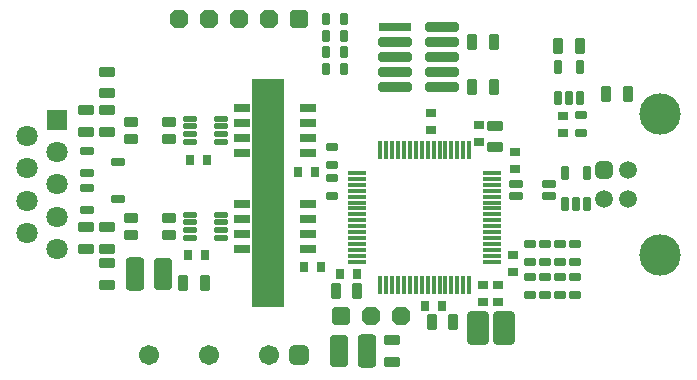
<source format=gts>
G04*
G04 #@! TF.GenerationSoftware,Altium Limited,Altium Designer,20.1.12 (249)*
G04*
G04 Layer_Color=8388736*
%FSLAX25Y25*%
%MOIN*%
G70*
G04*
G04 #@! TF.SameCoordinates,324E50B1-46C9-4148-88D5-78795315F549*
G04*
G04*
G04 #@! TF.FilePolarity,Negative*
G04*
G01*
G75*
%ADD30R,0.10500X0.76000*%
G04:AMPARAMS|DCode=31|XSize=35.5mil|YSize=29.59mil|CornerRadius=8.4mil|HoleSize=0mil|Usage=FLASHONLY|Rotation=180.000|XOffset=0mil|YOffset=0mil|HoleType=Round|Shape=RoundedRectangle|*
%AMROUNDEDRECTD31*
21,1,0.03550,0.01280,0,0,180.0*
21,1,0.01870,0.02959,0,0,180.0*
1,1,0.01680,-0.00935,0.00640*
1,1,0.01680,0.00935,0.00640*
1,1,0.01680,0.00935,-0.00640*
1,1,0.01680,-0.00935,-0.00640*
%
%ADD31ROUNDEDRECTD31*%
G04:AMPARAMS|DCode=32|XSize=37.47mil|YSize=27.62mil|CornerRadius=4.36mil|HoleSize=0mil|Usage=FLASHONLY|Rotation=0.000|XOffset=0mil|YOffset=0mil|HoleType=Round|Shape=RoundedRectangle|*
%AMROUNDEDRECTD32*
21,1,0.03747,0.01890,0,0,0.0*
21,1,0.02874,0.02762,0,0,0.0*
1,1,0.00872,0.01437,-0.00945*
1,1,0.00872,-0.01437,-0.00945*
1,1,0.00872,-0.01437,0.00945*
1,1,0.00872,0.01437,0.00945*
%
%ADD32ROUNDEDRECTD32*%
G04:AMPARAMS|DCode=33|XSize=37.47mil|YSize=27.62mil|CornerRadius=4.36mil|HoleSize=0mil|Usage=FLASHONLY|Rotation=90.000|XOffset=0mil|YOffset=0mil|HoleType=Round|Shape=RoundedRectangle|*
%AMROUNDEDRECTD33*
21,1,0.03747,0.01890,0,0,90.0*
21,1,0.02874,0.02762,0,0,90.0*
1,1,0.00872,0.00945,0.01437*
1,1,0.00872,0.00945,-0.01437*
1,1,0.00872,-0.00945,-0.01437*
1,1,0.00872,-0.00945,0.01437*
%
%ADD33ROUNDEDRECTD33*%
G04:AMPARAMS|DCode=34|XSize=35.5mil|YSize=29.59mil|CornerRadius=8.4mil|HoleSize=0mil|Usage=FLASHONLY|Rotation=90.000|XOffset=0mil|YOffset=0mil|HoleType=Round|Shape=RoundedRectangle|*
%AMROUNDEDRECTD34*
21,1,0.03550,0.01280,0,0,90.0*
21,1,0.01870,0.02959,0,0,90.0*
1,1,0.01680,0.00640,0.00935*
1,1,0.01680,0.00640,-0.00935*
1,1,0.01680,-0.00640,-0.00935*
1,1,0.01680,-0.00640,0.00935*
%
%ADD34ROUNDEDRECTD34*%
G04:AMPARAMS|DCode=35|XSize=53.21mil|YSize=31.56mil|CornerRadius=4.76mil|HoleSize=0mil|Usage=FLASHONLY|Rotation=270.000|XOffset=0mil|YOffset=0mil|HoleType=Round|Shape=RoundedRectangle|*
%AMROUNDEDRECTD35*
21,1,0.05321,0.02205,0,0,270.0*
21,1,0.04370,0.03156,0,0,270.0*
1,1,0.00951,-0.01102,-0.02185*
1,1,0.00951,-0.01102,0.02185*
1,1,0.00951,0.01102,0.02185*
1,1,0.00951,0.01102,-0.02185*
%
%ADD35ROUNDEDRECTD35*%
G04:AMPARAMS|DCode=36|XSize=15.81mil|YSize=63.06mil|CornerRadius=4.95mil|HoleSize=0mil|Usage=FLASHONLY|Rotation=0.000|XOffset=0mil|YOffset=0mil|HoleType=Round|Shape=RoundedRectangle|*
%AMROUNDEDRECTD36*
21,1,0.01581,0.05315,0,0,0.0*
21,1,0.00591,0.06306,0,0,0.0*
1,1,0.00991,0.00295,-0.02657*
1,1,0.00991,-0.00295,-0.02657*
1,1,0.00991,-0.00295,0.02657*
1,1,0.00991,0.00295,0.02657*
%
%ADD36ROUNDEDRECTD36*%
G04:AMPARAMS|DCode=37|XSize=110.3mil|YSize=70.93mil|CornerRadius=8.69mil|HoleSize=0mil|Usage=FLASHONLY|Rotation=270.000|XOffset=0mil|YOffset=0mil|HoleType=Round|Shape=RoundedRectangle|*
%AMROUNDEDRECTD37*
21,1,0.11030,0.05354,0,0,270.0*
21,1,0.09291,0.07093,0,0,270.0*
1,1,0.01739,-0.02677,-0.04646*
1,1,0.01739,-0.02677,0.04646*
1,1,0.01739,0.02677,0.04646*
1,1,0.01739,0.02677,-0.04646*
%
%ADD37ROUNDEDRECTD37*%
G04:AMPARAMS|DCode=38|XSize=47.31mil|YSize=35.5mil|CornerRadius=6.72mil|HoleSize=0mil|Usage=FLASHONLY|Rotation=0.000|XOffset=0mil|YOffset=0mil|HoleType=Round|Shape=RoundedRectangle|*
%AMROUNDEDRECTD38*
21,1,0.04731,0.02205,0,0,0.0*
21,1,0.03386,0.03550,0,0,0.0*
1,1,0.01345,0.01693,-0.01102*
1,1,0.01345,-0.01693,-0.01102*
1,1,0.01345,-0.01693,0.01102*
1,1,0.01345,0.01693,0.01102*
%
%ADD38ROUNDEDRECTD38*%
G04:AMPARAMS|DCode=39|XSize=27.62mil|YSize=47.31mil|CornerRadius=4.36mil|HoleSize=0mil|Usage=FLASHONLY|Rotation=180.000|XOffset=0mil|YOffset=0mil|HoleType=Round|Shape=RoundedRectangle|*
%AMROUNDEDRECTD39*
21,1,0.02762,0.03858,0,0,180.0*
21,1,0.01890,0.04731,0,0,180.0*
1,1,0.00872,-0.00945,0.01929*
1,1,0.00872,0.00945,0.01929*
1,1,0.00872,0.00945,-0.01929*
1,1,0.00872,-0.00945,-0.01929*
%
%ADD39ROUNDEDRECTD39*%
G04:AMPARAMS|DCode=40|XSize=47.31mil|YSize=27.62mil|CornerRadius=5.54mil|HoleSize=0mil|Usage=FLASHONLY|Rotation=180.000|XOffset=0mil|YOffset=0mil|HoleType=Round|Shape=RoundedRectangle|*
%AMROUNDEDRECTD40*
21,1,0.04731,0.01654,0,0,180.0*
21,1,0.03622,0.02762,0,0,180.0*
1,1,0.01109,-0.01811,0.00827*
1,1,0.01109,0.01811,0.00827*
1,1,0.01109,0.01811,-0.00827*
1,1,0.01109,-0.01811,-0.00827*
%
%ADD40ROUNDEDRECTD40*%
G04:AMPARAMS|DCode=41|XSize=53.21mil|YSize=31.56mil|CornerRadius=4.76mil|HoleSize=0mil|Usage=FLASHONLY|Rotation=180.000|XOffset=0mil|YOffset=0mil|HoleType=Round|Shape=RoundedRectangle|*
%AMROUNDEDRECTD41*
21,1,0.05321,0.02205,0,0,180.0*
21,1,0.04370,0.03156,0,0,180.0*
1,1,0.00951,-0.02185,0.01102*
1,1,0.00951,0.02185,0.01102*
1,1,0.00951,0.02185,-0.01102*
1,1,0.00951,-0.02185,-0.01102*
%
%ADD41ROUNDEDRECTD41*%
G04:AMPARAMS|DCode=42|XSize=21.32mil|YSize=43.37mil|CornerRadius=4.6mil|HoleSize=0mil|Usage=FLASHONLY|Rotation=270.000|XOffset=0mil|YOffset=0mil|HoleType=Round|Shape=RoundedRectangle|*
%AMROUNDEDRECTD42*
21,1,0.02132,0.03417,0,0,270.0*
21,1,0.01213,0.04337,0,0,270.0*
1,1,0.00920,-0.01709,-0.00606*
1,1,0.00920,-0.01709,0.00606*
1,1,0.00920,0.01709,0.00606*
1,1,0.00920,0.01709,-0.00606*
%
%ADD42ROUNDEDRECTD42*%
G04:AMPARAMS|DCode=43|XSize=27.62mil|YSize=55.18mil|CornerRadius=4.36mil|HoleSize=0mil|Usage=FLASHONLY|Rotation=270.000|XOffset=0mil|YOffset=0mil|HoleType=Round|Shape=RoundedRectangle|*
%AMROUNDEDRECTD43*
21,1,0.02762,0.04646,0,0,270.0*
21,1,0.01890,0.05518,0,0,270.0*
1,1,0.00872,-0.02323,-0.00945*
1,1,0.00872,-0.02323,0.00945*
1,1,0.00872,0.02323,0.00945*
1,1,0.00872,0.02323,-0.00945*
%
%ADD43ROUNDEDRECTD43*%
G04:AMPARAMS|DCode=44|XSize=27.62mil|YSize=47.31mil|CornerRadius=4.36mil|HoleSize=0mil|Usage=FLASHONLY|Rotation=90.000|XOffset=0mil|YOffset=0mil|HoleType=Round|Shape=RoundedRectangle|*
%AMROUNDEDRECTD44*
21,1,0.02762,0.03858,0,0,90.0*
21,1,0.01890,0.04731,0,0,90.0*
1,1,0.00872,0.01929,0.00945*
1,1,0.00872,0.01929,-0.00945*
1,1,0.00872,-0.01929,-0.00945*
1,1,0.00872,-0.01929,0.00945*
%
%ADD44ROUNDEDRECTD44*%
G04:AMPARAMS|DCode=45|XSize=63.12mil|YSize=110.36mil|CornerRadius=12.27mil|HoleSize=0mil|Usage=FLASHONLY|Rotation=180.000|XOffset=0mil|YOffset=0mil|HoleType=Round|Shape=RoundedRectangle|*
%AMROUNDEDRECTD45*
21,1,0.06312,0.08583,0,0,180.0*
21,1,0.03858,0.11036,0,0,180.0*
1,1,0.02454,-0.01929,0.04291*
1,1,0.02454,0.01929,0.04291*
1,1,0.02454,0.01929,-0.04291*
1,1,0.02454,-0.01929,-0.04291*
%
%ADD45ROUNDEDRECTD45*%
G04:AMPARAMS|DCode=46|XSize=59.12mil|YSize=106.36mil|CornerRadius=10.27mil|HoleSize=0mil|Usage=FLASHONLY|Rotation=180.000|XOffset=0mil|YOffset=0mil|HoleType=Round|Shape=RoundedRectangle|*
%AMROUNDEDRECTD46*
21,1,0.05912,0.08583,0,0,180.0*
21,1,0.03858,0.10636,0,0,180.0*
1,1,0.02054,-0.01929,0.04291*
1,1,0.02054,0.01929,0.04291*
1,1,0.02054,0.01929,-0.04291*
1,1,0.02054,-0.01929,-0.04291*
%
%ADD46ROUNDEDRECTD46*%
%ADD47R,0.11030X0.03156*%
G04:AMPARAMS|DCode=48|XSize=31.56mil|YSize=110.3mil|CornerRadius=6.13mil|HoleSize=0mil|Usage=FLASHONLY|Rotation=270.000|XOffset=0mil|YOffset=0mil|HoleType=Round|Shape=RoundedRectangle|*
%AMROUNDEDRECTD48*
21,1,0.03156,0.09803,0,0,270.0*
21,1,0.01929,0.11030,0,0,270.0*
1,1,0.01227,-0.04902,-0.00965*
1,1,0.01227,-0.04902,0.00965*
1,1,0.01227,0.04902,0.00965*
1,1,0.01227,0.04902,-0.00965*
%
%ADD48ROUNDEDRECTD48*%
G04:AMPARAMS|DCode=49|XSize=53.21mil|YSize=35.5mil|CornerRadius=5.15mil|HoleSize=0mil|Usage=FLASHONLY|Rotation=0.000|XOffset=0mil|YOffset=0mil|HoleType=Round|Shape=RoundedRectangle|*
%AMROUNDEDRECTD49*
21,1,0.05321,0.02520,0,0,0.0*
21,1,0.04291,0.03550,0,0,0.0*
1,1,0.01030,0.02146,-0.01260*
1,1,0.01030,-0.02146,-0.01260*
1,1,0.01030,-0.02146,0.01260*
1,1,0.01030,0.02146,0.01260*
%
%ADD49ROUNDEDRECTD49*%
G04:AMPARAMS|DCode=50|XSize=53.21mil|YSize=35.5mil|CornerRadius=5.15mil|HoleSize=0mil|Usage=FLASHONLY|Rotation=90.000|XOffset=0mil|YOffset=0mil|HoleType=Round|Shape=RoundedRectangle|*
%AMROUNDEDRECTD50*
21,1,0.05321,0.02520,0,0,90.0*
21,1,0.04291,0.03550,0,0,90.0*
1,1,0.01030,0.01260,0.02146*
1,1,0.01030,0.01260,-0.02146*
1,1,0.01030,-0.01260,-0.02146*
1,1,0.01030,-0.01260,0.02146*
%
%ADD50ROUNDEDRECTD50*%
G04:AMPARAMS|DCode=51|XSize=15.81mil|YSize=63.06mil|CornerRadius=4.95mil|HoleSize=0mil|Usage=FLASHONLY|Rotation=90.000|XOffset=0mil|YOffset=0mil|HoleType=Round|Shape=RoundedRectangle|*
%AMROUNDEDRECTD51*
21,1,0.01581,0.05315,0,0,90.0*
21,1,0.00591,0.06306,0,0,90.0*
1,1,0.00991,0.02657,0.00295*
1,1,0.00991,0.02657,-0.00295*
1,1,0.00991,-0.02657,-0.00295*
1,1,0.00991,-0.02657,0.00295*
%
%ADD51ROUNDEDRECTD51*%
G04:AMPARAMS|DCode=52|XSize=63.06mil|YSize=63.06mil|CornerRadius=16.76mil|HoleSize=0mil|Usage=FLASHONLY|Rotation=0.000|XOffset=0mil|YOffset=0mil|HoleType=Round|Shape=RoundedRectangle|*
%AMROUNDEDRECTD52*
21,1,0.06306,0.02953,0,0,0.0*
21,1,0.02953,0.06306,0,0,0.0*
1,1,0.03353,0.01476,-0.01476*
1,1,0.03353,-0.01476,-0.01476*
1,1,0.03353,-0.01476,0.01476*
1,1,0.03353,0.01476,0.01476*
%
%ADD52ROUNDEDRECTD52*%
%ADD53P,0.06825X8X22.5*%
%ADD54C,0.13786*%
%ADD55C,0.05912*%
G04:AMPARAMS|DCode=56|XSize=59.12mil|YSize=59.12mil|CornerRadius=15.78mil|HoleSize=0mil|Usage=FLASHONLY|Rotation=90.000|XOffset=0mil|YOffset=0mil|HoleType=Round|Shape=RoundedRectangle|*
%AMROUNDEDRECTD56*
21,1,0.05912,0.02756,0,0,90.0*
21,1,0.02756,0.05912,0,0,90.0*
1,1,0.03156,0.01378,0.01378*
1,1,0.03156,0.01378,-0.01378*
1,1,0.03156,-0.01378,-0.01378*
1,1,0.03156,-0.01378,0.01378*
%
%ADD56ROUNDEDRECTD56*%
%ADD57R,0.07093X0.07093*%
%ADD58C,0.07093*%
%ADD59C,0.00400*%
%ADD60C,0.06699*%
G04:AMPARAMS|DCode=61|XSize=66.99mil|YSize=66.99mil|CornerRadius=17.75mil|HoleSize=0mil|Usage=FLASHONLY|Rotation=0.000|XOffset=0mil|YOffset=0mil|HoleType=Round|Shape=RoundedRectangle|*
%AMROUNDEDRECTD61*
21,1,0.06699,0.03150,0,0,0.0*
21,1,0.03150,0.06699,0,0,0.0*
1,1,0.03550,0.01575,-0.01575*
1,1,0.03550,-0.01575,-0.01575*
1,1,0.03550,-0.01575,0.01575*
1,1,0.03550,0.01575,0.01575*
%
%ADD61ROUNDEDRECTD61*%
D30*
X97750Y62000D02*
D03*
D31*
X174500Y31354D02*
D03*
Y25646D02*
D03*
X169500Y31354D02*
D03*
Y25646D02*
D03*
X196000Y87854D02*
D03*
Y82146D02*
D03*
X180000Y70146D02*
D03*
Y75854D02*
D03*
X179500Y41354D02*
D03*
Y35646D02*
D03*
X168000Y84854D02*
D03*
Y79146D02*
D03*
X152000Y83146D02*
D03*
Y88854D02*
D03*
D32*
X119000Y71547D02*
D03*
Y77453D02*
D03*
Y61047D02*
D03*
Y66953D02*
D03*
X200000Y44953D02*
D03*
Y39047D02*
D03*
X195000Y44953D02*
D03*
Y39047D02*
D03*
X190000Y44953D02*
D03*
Y39047D02*
D03*
X185000Y44953D02*
D03*
Y39047D02*
D03*
X200000Y33953D02*
D03*
Y28047D02*
D03*
X195000Y33953D02*
D03*
Y28047D02*
D03*
X190000Y33953D02*
D03*
Y28047D02*
D03*
X185000Y33953D02*
D03*
Y28047D02*
D03*
X202000Y87953D02*
D03*
Y82047D02*
D03*
D33*
X122953Y103500D02*
D03*
X117047D02*
D03*
X122953Y109000D02*
D03*
X117047D02*
D03*
X122953Y114500D02*
D03*
X117047D02*
D03*
X122953Y120000D02*
D03*
X117047D02*
D03*
D34*
X76854Y41500D02*
D03*
X71146D02*
D03*
X109646Y37500D02*
D03*
X115354D02*
D03*
X77354Y73000D02*
D03*
X71646D02*
D03*
X107646Y69000D02*
D03*
X113354D02*
D03*
X150146Y24500D02*
D03*
X155854D02*
D03*
X127354Y35000D02*
D03*
X121646D02*
D03*
D35*
X194260Y111000D02*
D03*
X201740D02*
D03*
X69260Y32000D02*
D03*
X76740D02*
D03*
X165760Y97500D02*
D03*
X173240D02*
D03*
X165760Y112500D02*
D03*
X173240D02*
D03*
X217740Y95000D02*
D03*
X210260D02*
D03*
D36*
X162795Y31559D02*
D03*
X164764D02*
D03*
X141142D02*
D03*
X135236D02*
D03*
X137205D02*
D03*
X139173D02*
D03*
X147047D02*
D03*
X143110D02*
D03*
X145079D02*
D03*
X149016D02*
D03*
X150984D02*
D03*
X152953D02*
D03*
X154921D02*
D03*
X156890D02*
D03*
X158858D02*
D03*
X160827D02*
D03*
X164764Y76441D02*
D03*
X162795D02*
D03*
X160827D02*
D03*
X158858D02*
D03*
X156890D02*
D03*
X154921D02*
D03*
X152953D02*
D03*
X150984D02*
D03*
X149016D02*
D03*
X147047D02*
D03*
X145079D02*
D03*
X143110D02*
D03*
X141142D02*
D03*
X139173D02*
D03*
X137205D02*
D03*
X135236D02*
D03*
D37*
X167669Y17000D02*
D03*
X176331D02*
D03*
D38*
X52201Y53756D02*
D03*
X64799D02*
D03*
Y48244D02*
D03*
X52201D02*
D03*
Y85756D02*
D03*
X64799D02*
D03*
Y80244D02*
D03*
X52201D02*
D03*
D39*
X196760Y68618D02*
D03*
X204240D02*
D03*
Y58382D02*
D03*
X200500D02*
D03*
X196760D02*
D03*
X194260Y93882D02*
D03*
X198000D02*
D03*
X201740D02*
D03*
Y104118D02*
D03*
X194260D02*
D03*
D40*
X180488Y64969D02*
D03*
X191512D02*
D03*
Y61032D02*
D03*
X180488D02*
D03*
D41*
X37000Y43260D02*
D03*
Y50740D02*
D03*
X44000Y43260D02*
D03*
Y50740D02*
D03*
Y38740D02*
D03*
Y31260D02*
D03*
X37000Y89740D02*
D03*
Y82260D02*
D03*
X44000Y89740D02*
D03*
Y82260D02*
D03*
X139016Y5657D02*
D03*
Y13137D02*
D03*
D42*
X82118Y79161D02*
D03*
Y81721D02*
D03*
Y84280D02*
D03*
X71882D02*
D03*
Y81721D02*
D03*
Y79161D02*
D03*
X82118Y86839D02*
D03*
X71882D02*
D03*
Y54839D02*
D03*
X82118D02*
D03*
X71882Y47161D02*
D03*
Y49720D02*
D03*
Y52280D02*
D03*
X82118D02*
D03*
Y49720D02*
D03*
Y47161D02*
D03*
D43*
X111024Y75500D02*
D03*
Y80500D02*
D03*
Y85500D02*
D03*
Y90500D02*
D03*
X88976Y75500D02*
D03*
Y80500D02*
D03*
Y85500D02*
D03*
Y90500D02*
D03*
X111024Y43500D02*
D03*
Y48500D02*
D03*
Y53500D02*
D03*
Y58500D02*
D03*
X88976Y43500D02*
D03*
Y48500D02*
D03*
Y53500D02*
D03*
Y58500D02*
D03*
D44*
X37382Y76240D02*
D03*
Y68760D02*
D03*
X47618Y72500D02*
D03*
X37382Y63740D02*
D03*
Y56260D02*
D03*
X47618Y60000D02*
D03*
D45*
X130724Y9500D02*
D03*
X53276Y35000D02*
D03*
D46*
X121276Y9500D02*
D03*
X62724Y35000D02*
D03*
D47*
X140126Y117460D02*
D03*
D48*
X155874D02*
D03*
X140126Y112460D02*
D03*
X155874D02*
D03*
X140126Y107460D02*
D03*
Y102460D02*
D03*
Y97460D02*
D03*
X155874Y107460D02*
D03*
Y102460D02*
D03*
Y97460D02*
D03*
D49*
X44000Y102543D02*
D03*
Y95457D02*
D03*
X173500Y77457D02*
D03*
Y84543D02*
D03*
D50*
X120457Y29500D02*
D03*
X127543D02*
D03*
X159543Y19000D02*
D03*
X152457D02*
D03*
D51*
X172441Y58921D02*
D03*
Y60890D02*
D03*
Y62858D02*
D03*
Y64827D02*
D03*
X127559Y68764D02*
D03*
Y66795D02*
D03*
Y64827D02*
D03*
Y62858D02*
D03*
Y60890D02*
D03*
Y58921D02*
D03*
Y56953D02*
D03*
Y54984D02*
D03*
Y53016D02*
D03*
Y51047D02*
D03*
Y49079D02*
D03*
Y47110D02*
D03*
Y45142D02*
D03*
Y43173D02*
D03*
Y41205D02*
D03*
Y39236D02*
D03*
X172441D02*
D03*
Y41205D02*
D03*
Y43173D02*
D03*
Y45142D02*
D03*
Y47110D02*
D03*
Y49079D02*
D03*
Y51047D02*
D03*
Y53016D02*
D03*
Y54984D02*
D03*
Y56953D02*
D03*
Y66795D02*
D03*
Y68764D02*
D03*
D52*
X122000Y21000D02*
D03*
X108000Y120000D02*
D03*
D53*
X132000Y21000D02*
D03*
X142000D02*
D03*
X98000Y120000D02*
D03*
X88000D02*
D03*
X78000D02*
D03*
X68000D02*
D03*
D54*
X228346Y41339D02*
D03*
Y88583D02*
D03*
D55*
X217717Y60039D02*
D03*
Y69882D02*
D03*
X209842Y60039D02*
D03*
D56*
Y69882D02*
D03*
D57*
X27500Y86535D02*
D03*
D58*
Y75748D02*
D03*
Y64961D02*
D03*
Y54173D02*
D03*
Y43386D02*
D03*
X17500Y81142D02*
D03*
Y70354D02*
D03*
Y59567D02*
D03*
Y48779D02*
D03*
D59*
X22500Y114173D02*
D03*
Y15748D02*
D03*
X224410D02*
D03*
Y114173D02*
D03*
D60*
X78000Y8000D02*
D03*
X58000D02*
D03*
X98000D02*
D03*
D61*
X108000Y8000D02*
D03*
M02*

</source>
